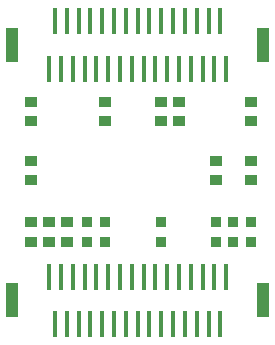
<source format=gbp>
%FSLAX44Y44*%
%MOMM*%
G71*
G01*
G75*
G04 Layer_Color=128*
%ADD10R,2.0000X0.2600*%
%ADD11R,0.2600X2.0000*%
%ADD12R,0.9400X1.0160*%
%ADD13R,0.9398X1.0160*%
%ADD14C,0.2000*%
%ADD15C,0.2032*%
%ADD16C,0.3000*%
%ADD17C,0.8000*%
%ADD18C,0.4000*%
%ADD19C,0.6000*%
%ADD20C,1.3160*%
G04:AMPARAMS|DCode=21|XSize=1.824mm|YSize=1.824mm|CornerRadius=0mm|HoleSize=0mm|Usage=FLASHONLY|Rotation=0.000|XOffset=0mm|YOffset=0mm|HoleType=Round|Shape=Relief|Width=0.254mm|Gap=0.254mm|Entries=4|*
%AMTHD21*
7,0,0,1.8240,1.3160,0.2540,45*
%
%ADD21THD21*%
%ADD22R,1.0160X0.9398*%
%ADD23R,1.0160X0.9400*%
%ADD24R,1.0000X3.0000*%
%ADD25R,0.3600X2.2000*%
%ADD26R,0.8890X0.9652*%
%ADD27C,1.0000*%
%ADD28C,0.4000*%
%ADD29C,0.1500*%
%ADD30C,0.1270*%
%ADD31C,0.2540*%
%ADD32R,2.2032X0.4632*%
%ADD33R,0.4632X2.2032*%
%ADD34R,1.1432X1.2192*%
%ADD35R,1.1430X1.2192*%
%ADD36C,0.6032*%
%ADD37R,1.2192X1.1430*%
%ADD38R,1.2192X1.1432*%
%ADD39R,1.2032X3.2032*%
%ADD40R,0.5632X2.4032*%
%ADD41R,1.0922X1.1684*%
D22*
X37000Y108005D02*
D03*
X99000Y193495D02*
D03*
X193000Y143495D02*
D03*
X223000D02*
D03*
X37000D02*
D03*
X67000Y108005D02*
D03*
X37000Y193495D02*
D03*
X52000Y108005D02*
D03*
X162000Y193495D02*
D03*
X223000D02*
D03*
X147000D02*
D03*
D23*
X37000Y91500D02*
D03*
X99000Y210000D02*
D03*
X193000Y160000D02*
D03*
X223000D02*
D03*
X37000D02*
D03*
X67000Y91500D02*
D03*
X37000Y210000D02*
D03*
X52000Y91500D02*
D03*
X162000Y210000D02*
D03*
X223000D02*
D03*
X147000D02*
D03*
D24*
X21000Y258000D02*
D03*
X233000D02*
D03*
X21000Y42000D02*
D03*
X233000D02*
D03*
D25*
X197000Y278000D02*
D03*
X187000D02*
D03*
X177000D02*
D03*
X167000D02*
D03*
X157000D02*
D03*
X147000D02*
D03*
X137000D02*
D03*
X127000D02*
D03*
X117000D02*
D03*
X107000D02*
D03*
X97000D02*
D03*
X87000D02*
D03*
X77000D02*
D03*
X67000D02*
D03*
X202000Y238000D02*
D03*
X192000D02*
D03*
X182000D02*
D03*
X172000D02*
D03*
X162000D02*
D03*
X152000D02*
D03*
X142000D02*
D03*
X132000D02*
D03*
X122000D02*
D03*
X112000D02*
D03*
X102000D02*
D03*
X92000D02*
D03*
X82000D02*
D03*
X72000D02*
D03*
X62000D02*
D03*
X52000D02*
D03*
X57000Y278000D02*
D03*
X117000Y22000D02*
D03*
X57000D02*
D03*
X67000D02*
D03*
X77000D02*
D03*
X87000D02*
D03*
X97000D02*
D03*
X107000D02*
D03*
X137000D02*
D03*
X147000D02*
D03*
X157000D02*
D03*
X167000D02*
D03*
X177000D02*
D03*
X197000D02*
D03*
X202000Y62000D02*
D03*
X192000D02*
D03*
X182000D02*
D03*
X172000D02*
D03*
X162000D02*
D03*
X152000D02*
D03*
X142000D02*
D03*
X132000D02*
D03*
X122000D02*
D03*
X112000D02*
D03*
X102000D02*
D03*
X92000D02*
D03*
X82000D02*
D03*
X72000D02*
D03*
X62000D02*
D03*
X52000D02*
D03*
X127000Y22000D02*
D03*
X187000D02*
D03*
D26*
X84000Y108010D02*
D03*
Y91500D02*
D03*
X99000D02*
D03*
Y108010D02*
D03*
X147000D02*
D03*
Y91500D02*
D03*
X208000Y108000D02*
D03*
Y91490D02*
D03*
X193000D02*
D03*
Y108000D02*
D03*
X223000Y91500D02*
D03*
Y108010D02*
D03*
M02*

</source>
